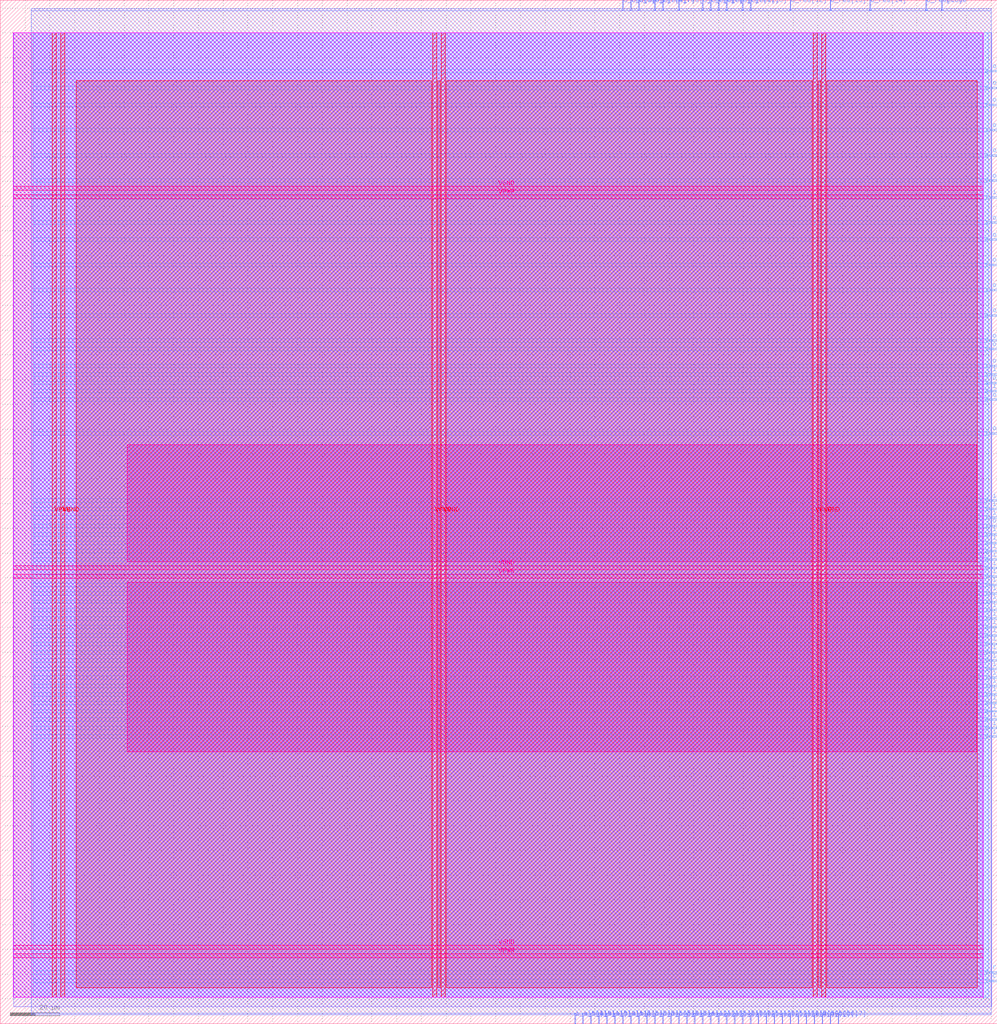
<source format=lef>
VERSION 5.7 ;
  NOWIREEXTENSIONATPIN ON ;
  DIVIDERCHAR "/" ;
  BUSBITCHARS "[]" ;
MACRO ALU
  CLASS BLOCK ;
  FOREIGN ALU ;
  ORIGIN 0.000 0.000 ;
  SIZE 402.445 BY 413.165 ;
  PIN VGND
    DIRECTION INOUT ;
    USE GROUND ;
    PORT
      LAYER met4 ;
        RECT 24.340 10.640 25.940 400.080 ;
    END
    PORT
      LAYER met4 ;
        RECT 177.940 10.640 179.540 400.080 ;
    END
    PORT
      LAYER met4 ;
        RECT 331.540 10.640 333.140 400.080 ;
    END
    PORT
      LAYER met5 ;
        RECT 5.280 30.030 396.760 31.630 ;
    END
    PORT
      LAYER met5 ;
        RECT 5.280 183.210 396.760 184.810 ;
    END
    PORT
      LAYER met5 ;
        RECT 5.280 336.390 396.760 337.990 ;
    END
  END VGND
  PIN VPWR
    DIRECTION INOUT ;
    USE POWER ;
    PORT
      LAYER met4 ;
        RECT 21.040 10.640 22.640 400.080 ;
    END
    PORT
      LAYER met4 ;
        RECT 174.640 10.640 176.240 400.080 ;
    END
    PORT
      LAYER met4 ;
        RECT 328.240 10.640 329.840 400.080 ;
    END
    PORT
      LAYER met5 ;
        RECT 5.280 26.730 396.760 28.330 ;
    END
    PORT
      LAYER met5 ;
        RECT 5.280 179.910 396.760 181.510 ;
    END
    PORT
      LAYER met5 ;
        RECT 5.280 333.090 396.760 334.690 ;
    END
  END VPWR
  PIN clk
    DIRECTION INPUT ;
    USE SIGNAL ;
    ANTENNAGATEAREA 0.852000 ;
    PORT
      LAYER met3 ;
        RECT 398.445 17.040 402.445 17.640 ;
    END
  END clk
  PIN i_a[0]
    DIRECTION INPUT ;
    USE SIGNAL ;
    ANTENNAGATEAREA 0.196500 ;
    PORT
      LAYER met3 ;
        RECT 398.445 210.840 402.445 211.440 ;
    END
  END i_a[0]
  PIN i_a[10]
    DIRECTION INPUT ;
    USE SIGNAL ;
    ANTENNAGATEAREA 0.196500 ;
    PORT
      LAYER met2 ;
        RECT 231.930 0.000 232.210 4.000 ;
    END
  END i_a[10]
  PIN i_a[11]
    DIRECTION INPUT ;
    USE SIGNAL ;
    ANTENNAGATEAREA 0.196500 ;
    PORT
      LAYER met2 ;
        RECT 251.250 0.000 251.530 4.000 ;
    END
  END i_a[11]
  PIN i_a[12]
    DIRECTION INPUT ;
    USE SIGNAL ;
    ANTENNAGATEAREA 0.196500 ;
    PORT
      LAYER met2 ;
        RECT 283.450 0.000 283.730 4.000 ;
    END
  END i_a[12]
  PIN i_a[13]
    DIRECTION INPUT ;
    USE SIGNAL ;
    ANTENNAGATEAREA 0.196500 ;
    PORT
      LAYER met2 ;
        RECT 286.670 0.000 286.950 4.000 ;
    END
  END i_a[13]
  PIN i_a[14]
    DIRECTION INPUT ;
    USE SIGNAL ;
    ANTENNAGATEAREA 0.196500 ;
    PORT
      LAYER met2 ;
        RECT 293.110 0.000 293.390 4.000 ;
    END
  END i_a[14]
  PIN i_a[15]
    DIRECTION INPUT ;
    USE SIGNAL ;
    ANTENNAGATEAREA 0.196500 ;
    PORT
      LAYER met2 ;
        RECT 289.890 0.000 290.170 4.000 ;
    END
  END i_a[15]
  PIN i_a[16]
    DIRECTION INPUT ;
    USE SIGNAL ;
    ANTENNAGATEAREA 0.196500 ;
    PORT
      LAYER met3 ;
        RECT 398.445 115.640 402.445 116.240 ;
    END
  END i_a[16]
  PIN i_a[17]
    DIRECTION INPUT ;
    USE SIGNAL ;
    ANTENNAGATEAREA 0.196500 ;
    PORT
      LAYER met3 ;
        RECT 398.445 132.640 402.445 133.240 ;
    END
  END i_a[17]
  PIN i_a[18]
    DIRECTION INPUT ;
    USE SIGNAL ;
    ANTENNAGATEAREA 0.196500 ;
    PORT
      LAYER met3 ;
        RECT 398.445 119.040 402.445 119.640 ;
    END
  END i_a[18]
  PIN i_a[19]
    DIRECTION INPUT ;
    USE SIGNAL ;
    ANTENNAGATEAREA 0.196500 ;
    PORT
      LAYER met3 ;
        RECT 398.445 122.440 402.445 123.040 ;
    END
  END i_a[19]
  PIN i_a[1]
    DIRECTION INPUT ;
    USE SIGNAL ;
    ANTENNAGATEAREA 0.196500 ;
    PORT
      LAYER met3 ;
        RECT 398.445 149.640 402.445 150.240 ;
    END
  END i_a[1]
  PIN i_a[20]
    DIRECTION INPUT ;
    USE SIGNAL ;
    ANTENNAGATEAREA 0.196500 ;
    PORT
      LAYER met2 ;
        RECT 325.310 0.000 325.590 4.000 ;
    END
  END i_a[20]
  PIN i_a[21]
    DIRECTION INPUT ;
    USE SIGNAL ;
    ANTENNAGATEAREA 0.196500 ;
    PORT
      LAYER met2 ;
        RECT 322.090 0.000 322.370 4.000 ;
    END
  END i_a[21]
  PIN i_a[22]
    DIRECTION INPUT ;
    USE SIGNAL ;
    ANTENNAGATEAREA 0.196500 ;
    PORT
      LAYER met2 ;
        RECT 312.430 0.000 312.710 4.000 ;
    END
  END i_a[22]
  PIN i_a[23]
    DIRECTION INPUT ;
    USE SIGNAL ;
    ANTENNAGATEAREA 0.196500 ;
    PORT
      LAYER met3 ;
        RECT 398.445 204.040 402.445 204.640 ;
    END
  END i_a[23]
  PIN i_a[24]
    DIRECTION INPUT ;
    USE SIGNAL ;
    ANTENNAGATEAREA 0.196500 ;
    PORT
      LAYER met3 ;
        RECT 398.445 153.040 402.445 153.640 ;
    END
  END i_a[24]
  PIN i_a[25]
    DIRECTION INPUT ;
    USE SIGNAL ;
    ANTENNAGATEAREA 0.196500 ;
    PORT
      LAYER met3 ;
        RECT 398.445 156.440 402.445 157.040 ;
    END
  END i_a[25]
  PIN i_a[26]
    DIRECTION INPUT ;
    USE SIGNAL ;
    ANTENNAGATEAREA 0.196500 ;
    PORT
      LAYER met3 ;
        RECT 398.445 146.240 402.445 146.840 ;
    END
  END i_a[26]
  PIN i_a[27]
    DIRECTION INPUT ;
    USE SIGNAL ;
    ANTENNAGATEAREA 0.196500 ;
    PORT
      LAYER met3 ;
        RECT 398.445 163.240 402.445 163.840 ;
    END
  END i_a[27]
  PIN i_a[28]
    DIRECTION INPUT ;
    USE SIGNAL ;
    ANTENNAGATEAREA 0.196500 ;
    PORT
      LAYER met3 ;
        RECT 398.445 173.440 402.445 174.040 ;
    END
  END i_a[28]
  PIN i_a[29]
    DIRECTION INPUT ;
    USE SIGNAL ;
    ANTENNAGATEAREA 0.196500 ;
    PORT
      LAYER met3 ;
        RECT 398.445 207.440 402.445 208.040 ;
    END
  END i_a[29]
  PIN i_a[2]
    DIRECTION INPUT ;
    USE SIGNAL ;
    ANTENNAGATEAREA 0.196500 ;
    PORT
      LAYER met3 ;
        RECT 398.445 142.840 402.445 143.440 ;
    END
  END i_a[2]
  PIN i_a[30]
    DIRECTION INPUT ;
    USE SIGNAL ;
    ANTENNAGATEAREA 0.196500 ;
    PORT
      LAYER met3 ;
        RECT 398.445 170.040 402.445 170.640 ;
    END
  END i_a[30]
  PIN i_a[31]
    DIRECTION INPUT ;
    USE SIGNAL ;
    ANTENNAGATEAREA 0.196500 ;
    PORT
      LAYER met3 ;
        RECT 398.445 255.040 402.445 255.640 ;
    END
  END i_a[31]
  PIN i_a[3]
    DIRECTION INPUT ;
    USE SIGNAL ;
    ANTENNAGATEAREA 0.196500 ;
    PORT
      LAYER met3 ;
        RECT 398.445 159.840 402.445 160.440 ;
    END
  END i_a[3]
  PIN i_a[4]
    DIRECTION INPUT ;
    USE SIGNAL ;
    ANTENNAGATEAREA 0.196500 ;
    PORT
      LAYER met3 ;
        RECT 398.445 136.040 402.445 136.640 ;
    END
  END i_a[4]
  PIN i_a[5]
    DIRECTION INPUT ;
    USE SIGNAL ;
    ANTENNAGATEAREA 0.196500 ;
    PORT
      LAYER met3 ;
        RECT 398.445 139.440 402.445 140.040 ;
    END
  END i_a[5]
  PIN i_a[6]
    DIRECTION INPUT ;
    USE SIGNAL ;
    ANTENNAGATEAREA 0.196500 ;
    PORT
      LAYER met3 ;
        RECT 398.445 125.840 402.445 126.440 ;
    END
  END i_a[6]
  PIN i_a[7]
    DIRECTION INPUT ;
    USE SIGNAL ;
    ANTENNAGATEAREA 0.196500 ;
    PORT
      LAYER met3 ;
        RECT 398.445 129.240 402.445 129.840 ;
    END
  END i_a[7]
  PIN i_a[8]
    DIRECTION INPUT ;
    USE SIGNAL ;
    ANTENNAGATEAREA 0.196500 ;
    PORT
      LAYER met2 ;
        RECT 244.810 0.000 245.090 4.000 ;
    END
  END i_a[8]
  PIN i_a[9]
    DIRECTION INPUT ;
    USE SIGNAL ;
    ANTENNAGATEAREA 0.196500 ;
    PORT
      LAYER met2 ;
        RECT 238.370 0.000 238.650 4.000 ;
    END
  END i_a[9]
  PIN i_b[0]
    DIRECTION INPUT ;
    USE SIGNAL ;
    ANTENNAGATEAREA 0.196500 ;
    PORT
      LAYER met2 ;
        RECT 257.690 0.000 257.970 4.000 ;
    END
  END i_b[0]
  PIN i_b[10]
    DIRECTION INPUT ;
    USE SIGNAL ;
    ANTENNAGATEAREA 0.196500 ;
    PORT
      LAYER met2 ;
        RECT 267.350 0.000 267.630 4.000 ;
    END
  END i_b[10]
  PIN i_b[11]
    DIRECTION INPUT ;
    USE SIGNAL ;
    ANTENNAGATEAREA 0.196500 ;
    PORT
      LAYER met2 ;
        RECT 241.590 0.000 241.870 4.000 ;
    END
  END i_b[11]
  PIN i_b[12]
    DIRECTION INPUT ;
    USE SIGNAL ;
    ANTENNAGATEAREA 0.196500 ;
    PORT
      LAYER met2 ;
        RECT 309.210 0.000 309.490 4.000 ;
    END
  END i_b[12]
  PIN i_b[13]
    DIRECTION INPUT ;
    USE SIGNAL ;
    ANTENNAGATEAREA 0.196500 ;
    PORT
      LAYER met2 ;
        RECT 315.650 0.000 315.930 4.000 ;
    END
  END i_b[13]
  PIN i_b[14]
    DIRECTION INPUT ;
    USE SIGNAL ;
    ANTENNAGATEAREA 0.196500 ;
    PORT
      LAYER met2 ;
        RECT 305.990 0.000 306.270 4.000 ;
    END
  END i_b[14]
  PIN i_b[15]
    DIRECTION INPUT ;
    USE SIGNAL ;
    ANTENNAGATEAREA 0.196500 ;
    PORT
      LAYER met2 ;
        RECT 318.870 0.000 319.150 4.000 ;
    END
  END i_b[15]
  PIN i_b[16]
    DIRECTION INPUT ;
    USE SIGNAL ;
    ANTENNAGATEAREA 0.196500 ;
    PORT
      LAYER met2 ;
        RECT 334.970 0.000 335.250 4.000 ;
    END
  END i_b[16]
  PIN i_b[17]
    DIRECTION INPUT ;
    USE SIGNAL ;
    ANTENNAGATEAREA 0.196500 ;
    PORT
      LAYER met2 ;
        RECT 338.190 0.000 338.470 4.000 ;
    END
  END i_b[17]
  PIN i_b[18]
    DIRECTION INPUT ;
    USE SIGNAL ;
    ANTENNAGATEAREA 0.196500 ;
    PORT
      LAYER met2 ;
        RECT 331.750 0.000 332.030 4.000 ;
    END
  END i_b[18]
  PIN i_b[19]
    DIRECTION INPUT ;
    USE SIGNAL ;
    ANTENNAGATEAREA 0.196500 ;
    PORT
      LAYER met2 ;
        RECT 328.530 0.000 328.810 4.000 ;
    END
  END i_b[19]
  PIN i_b[1]
    DIRECTION INPUT ;
    USE SIGNAL ;
    ANTENNAGATEAREA 0.196500 ;
    PORT
      LAYER met2 ;
        RECT 254.470 0.000 254.750 4.000 ;
    END
  END i_b[1]
  PIN i_b[20]
    DIRECTION INPUT ;
    USE SIGNAL ;
    ANTENNAGATEAREA 0.196500 ;
    PORT
      LAYER met2 ;
        RECT 299.550 0.000 299.830 4.000 ;
    END
  END i_b[20]
  PIN i_b[21]
    DIRECTION INPUT ;
    USE SIGNAL ;
    ANTENNAGATEAREA 0.196500 ;
    PORT
      LAYER met2 ;
        RECT 296.330 0.000 296.610 4.000 ;
    END
  END i_b[21]
  PIN i_b[22]
    DIRECTION INPUT ;
    USE SIGNAL ;
    ANTENNAGATEAREA 0.196500 ;
    PORT
      LAYER met2 ;
        RECT 302.770 0.000 303.050 4.000 ;
    END
  END i_b[22]
  PIN i_b[23]
    DIRECTION INPUT ;
    USE SIGNAL ;
    ANTENNAGATEAREA 0.196500 ;
    PORT
      LAYER met3 ;
        RECT 398.445 197.240 402.445 197.840 ;
    END
  END i_b[23]
  PIN i_b[24]
    DIRECTION INPUT ;
    USE SIGNAL ;
    ANTENNAGATEAREA 0.196500 ;
    PORT
      LAYER met3 ;
        RECT 398.445 193.840 402.445 194.440 ;
    END
  END i_b[24]
  PIN i_b[25]
    DIRECTION INPUT ;
    USE SIGNAL ;
    ANTENNAGATEAREA 0.196500 ;
    PORT
      LAYER met3 ;
        RECT 398.445 180.240 402.445 180.840 ;
    END
  END i_b[25]
  PIN i_b[26]
    DIRECTION INPUT ;
    USE SIGNAL ;
    ANTENNAGATEAREA 0.196500 ;
    PORT
      LAYER met3 ;
        RECT 398.445 166.640 402.445 167.240 ;
    END
  END i_b[26]
  PIN i_b[27]
    DIRECTION INPUT ;
    USE SIGNAL ;
    ANTENNAGATEAREA 0.196500 ;
    PORT
      LAYER met3 ;
        RECT 398.445 187.040 402.445 187.640 ;
    END
  END i_b[27]
  PIN i_b[28]
    DIRECTION INPUT ;
    USE SIGNAL ;
    ANTENNAGATEAREA 0.196500 ;
    PORT
      LAYER met3 ;
        RECT 398.445 176.840 402.445 177.440 ;
    END
  END i_b[28]
  PIN i_b[29]
    DIRECTION INPUT ;
    USE SIGNAL ;
    ANTENNAGATEAREA 0.196500 ;
    PORT
      LAYER met3 ;
        RECT 398.445 183.640 402.445 184.240 ;
    END
  END i_b[29]
  PIN i_b[2]
    DIRECTION INPUT ;
    USE SIGNAL ;
    ANTENNAGATEAREA 0.196500 ;
    PORT
      LAYER met2 ;
        RECT 248.030 0.000 248.310 4.000 ;
    END
  END i_b[2]
  PIN i_b[30]
    DIRECTION INPUT ;
    USE SIGNAL ;
    ANTENNAGATEAREA 0.196500 ;
    PORT
      LAYER met3 ;
        RECT 398.445 190.440 402.445 191.040 ;
    END
  END i_b[30]
  PIN i_b[31]
    DIRECTION INPUT ;
    USE SIGNAL ;
    ANTENNAGATEAREA 0.196500 ;
    PORT
      LAYER met3 ;
        RECT 398.445 261.840 402.445 262.440 ;
    END
  END i_b[31]
  PIN i_b[3]
    DIRECTION INPUT ;
    USE SIGNAL ;
    ANTENNAGATEAREA 0.196500 ;
    PORT
      LAYER met2 ;
        RECT 264.130 0.000 264.410 4.000 ;
    END
  END i_b[3]
  PIN i_b[4]
    DIRECTION INPUT ;
    USE SIGNAL ;
    ANTENNAGATEAREA 0.196500 ;
    PORT
      LAYER met2 ;
        RECT 235.150 0.000 235.430 4.000 ;
    END
  END i_b[4]
  PIN i_b[5]
    DIRECTION INPUT ;
    USE SIGNAL ;
    ANTENNAGATEAREA 0.196500 ;
    PORT
      LAYER met2 ;
        RECT 270.570 0.000 270.850 4.000 ;
    END
  END i_b[5]
  PIN i_b[6]
    DIRECTION INPUT ;
    USE SIGNAL ;
    ANTENNAGATEAREA 0.196500 ;
    PORT
      LAYER met2 ;
        RECT 280.230 0.000 280.510 4.000 ;
    END
  END i_b[6]
  PIN i_b[7]
    DIRECTION INPUT ;
    USE SIGNAL ;
    ANTENNAGATEAREA 0.196500 ;
    PORT
      LAYER met2 ;
        RECT 277.010 0.000 277.290 4.000 ;
    END
  END i_b[7]
  PIN i_b[8]
    DIRECTION INPUT ;
    USE SIGNAL ;
    ANTENNAGATEAREA 0.196500 ;
    PORT
      LAYER met2 ;
        RECT 260.910 0.000 261.190 4.000 ;
    END
  END i_b[8]
  PIN i_b[9]
    DIRECTION INPUT ;
    USE SIGNAL ;
    ANTENNAGATEAREA 0.196500 ;
    PORT
      LAYER met2 ;
        RECT 273.790 0.000 274.070 4.000 ;
    END
  END i_b[9]
  PIN i_vld
    DIRECTION INPUT ;
    USE SIGNAL ;
    ANTENNAGATEAREA 0.196500 ;
    PORT
      LAYER met3 ;
        RECT 398.445 333.240 402.445 333.840 ;
    END
  END i_vld
  PIN o_res[0]
    DIRECTION OUTPUT ;
    USE SIGNAL ;
    ANTENNADIFFAREA 0.445500 ;
    PORT
      LAYER met2 ;
        RECT 254.470 409.165 254.750 413.165 ;
    END
  END o_res[0]
  PIN o_res[10]
    DIRECTION OUTPUT ;
    USE SIGNAL ;
    ANTENNADIFFAREA 0.445500 ;
    PORT
      LAYER met2 ;
        RECT 302.770 409.165 303.050 413.165 ;
    END
  END o_res[10]
  PIN o_res[11]
    DIRECTION OUTPUT ;
    USE SIGNAL ;
    ANTENNADIFFAREA 0.445500 ;
    PORT
      LAYER met2 ;
        RECT 299.550 409.165 299.830 413.165 ;
    END
  END o_res[11]
  PIN o_res[12]
    DIRECTION OUTPUT ;
    USE SIGNAL ;
    ANTENNADIFFAREA 0.445500 ;
    PORT
      LAYER met2 ;
        RECT 318.870 409.165 319.150 413.165 ;
    END
  END o_res[12]
  PIN o_res[13]
    DIRECTION OUTPUT ;
    USE SIGNAL ;
    ANTENNADIFFAREA 0.445500 ;
    PORT
      LAYER met2 ;
        RECT 334.970 409.165 335.250 413.165 ;
    END
  END o_res[13]
  PIN o_res[14]
    DIRECTION OUTPUT ;
    USE SIGNAL ;
    ANTENNADIFFAREA 0.445500 ;
    PORT
      LAYER met2 ;
        RECT 351.070 409.165 351.350 413.165 ;
    END
  END o_res[14]
  PIN o_res[15]
    DIRECTION OUTPUT ;
    USE SIGNAL ;
    ANTENNADIFFAREA 0.445500 ;
    PORT
      LAYER met3 ;
        RECT 398.445 377.440 402.445 378.040 ;
    END
  END o_res[15]
  PIN o_res[16]
    DIRECTION OUTPUT ;
    USE SIGNAL ;
    ANTENNADIFFAREA 0.445500 ;
    PORT
      LAYER met2 ;
        RECT 373.610 409.165 373.890 413.165 ;
    END
  END o_res[16]
  PIN o_res[17]
    DIRECTION OUTPUT ;
    USE SIGNAL ;
    ANTENNADIFFAREA 0.445500 ;
    PORT
      LAYER met3 ;
        RECT 398.445 384.240 402.445 384.840 ;
    END
  END o_res[17]
  PIN o_res[18]
    DIRECTION OUTPUT ;
    USE SIGNAL ;
    ANTENNADIFFAREA 0.445500 ;
    PORT
      LAYER met3 ;
        RECT 398.445 370.640 402.445 371.240 ;
    END
  END o_res[18]
  PIN o_res[19]
    DIRECTION OUTPUT ;
    USE SIGNAL ;
    ANTENNADIFFAREA 0.445500 ;
    PORT
      LAYER met3 ;
        RECT 398.445 350.240 402.445 350.840 ;
    END
  END o_res[19]
  PIN o_res[1]
    DIRECTION OUTPUT ;
    USE SIGNAL ;
    ANTENNADIFFAREA 0.445500 ;
    PORT
      LAYER met2 ;
        RECT 251.250 409.165 251.530 413.165 ;
    END
  END o_res[1]
  PIN o_res[20]
    DIRECTION OUTPUT ;
    USE SIGNAL ;
    ANTENNADIFFAREA 0.445500 ;
    PORT
      LAYER met3 ;
        RECT 398.445 340.040 402.445 340.640 ;
    END
  END o_res[20]
  PIN o_res[21]
    DIRECTION OUTPUT ;
    USE SIGNAL ;
    ANTENNADIFFAREA 0.445500 ;
    PORT
      LAYER met3 ;
        RECT 398.445 360.440 402.445 361.040 ;
    END
  END o_res[21]
  PIN o_res[22]
    DIRECTION OUTPUT ;
    USE SIGNAL ;
    ANTENNADIFFAREA 0.445500 ;
    PORT
      LAYER met3 ;
        RECT 398.445 285.640 402.445 286.240 ;
    END
  END o_res[22]
  PIN o_res[23]
    DIRECTION OUTPUT ;
    USE SIGNAL ;
    ANTENNADIFFAREA 0.445500 ;
    PORT
      LAYER met3 ;
        RECT 398.445 275.440 402.445 276.040 ;
    END
  END o_res[23]
  PIN o_res[24]
    DIRECTION OUTPUT ;
    USE SIGNAL ;
    ANTENNADIFFAREA 0.445500 ;
    PORT
      LAYER met3 ;
        RECT 398.445 323.040 402.445 323.640 ;
    END
  END o_res[24]
  PIN o_res[25]
    DIRECTION OUTPUT ;
    USE SIGNAL ;
    ANTENNADIFFAREA 0.445500 ;
    PORT
      LAYER met3 ;
        RECT 398.445 258.440 402.445 259.040 ;
    END
  END o_res[25]
  PIN o_res[26]
    DIRECTION OUTPUT ;
    USE SIGNAL ;
    ANTENNADIFFAREA 0.445500 ;
    PORT
      LAYER met3 ;
        RECT 398.445 272.040 402.445 272.640 ;
    END
  END o_res[26]
  PIN o_res[27]
    DIRECTION OUTPUT ;
    USE SIGNAL ;
    ANTENNADIFFAREA 0.445500 ;
    PORT
      LAYER met3 ;
        RECT 398.445 316.240 402.445 316.840 ;
    END
  END o_res[27]
  PIN o_res[28]
    DIRECTION OUTPUT ;
    USE SIGNAL ;
    ANTENNADIFFAREA 0.445500 ;
    PORT
      LAYER met3 ;
        RECT 398.445 306.040 402.445 306.640 ;
    END
  END o_res[28]
  PIN o_res[29]
    DIRECTION OUTPUT ;
    USE SIGNAL ;
    ANTENNADIFFAREA 0.445500 ;
    PORT
      LAYER met3 ;
        RECT 398.445 295.840 402.445 296.440 ;
    END
  END o_res[29]
  PIN o_res[2]
    DIRECTION OUTPUT ;
    USE SIGNAL ;
    ANTENNADIFFAREA 0.445500 ;
    PORT
      LAYER met2 ;
        RECT 257.690 409.165 257.970 413.165 ;
    END
  END o_res[2]
  PIN o_res[30]
    DIRECTION OUTPUT ;
    USE SIGNAL ;
    ANTENNADIFFAREA 0.445500 ;
    PORT
      LAYER met3 ;
        RECT 398.445 251.640 402.445 252.240 ;
    END
  END o_res[30]
  PIN o_res[31]
    DIRECTION OUTPUT ;
    USE SIGNAL ;
    ANTENNADIFFAREA 0.445500 ;
    PORT
      LAYER met3 ;
        RECT 398.445 238.040 402.445 238.640 ;
    END
  END o_res[31]
  PIN o_res[3]
    DIRECTION OUTPUT ;
    USE SIGNAL ;
    ANTENNADIFFAREA 0.445500 ;
    PORT
      LAYER met2 ;
        RECT 273.790 409.165 274.070 413.165 ;
    END
  END o_res[3]
  PIN o_res[4]
    DIRECTION OUTPUT ;
    USE SIGNAL ;
    ANTENNADIFFAREA 0.445500 ;
    PORT
      LAYER met2 ;
        RECT 264.130 409.165 264.410 413.165 ;
    END
  END o_res[4]
  PIN o_res[5]
    DIRECTION OUTPUT ;
    USE SIGNAL ;
    ANTENNADIFFAREA 0.445500 ;
    PORT
      LAYER met2 ;
        RECT 293.110 409.165 293.390 413.165 ;
    END
  END o_res[5]
  PIN o_res[6]
    DIRECTION OUTPUT ;
    USE SIGNAL ;
    ANTENNADIFFAREA 0.445500 ;
    PORT
      LAYER met2 ;
        RECT 289.890 409.165 290.170 413.165 ;
    END
  END o_res[6]
  PIN o_res[7]
    DIRECTION OUTPUT ;
    USE SIGNAL ;
    ANTENNADIFFAREA 0.445500 ;
    PORT
      LAYER met2 ;
        RECT 267.350 409.165 267.630 413.165 ;
    END
  END o_res[7]
  PIN o_res[8]
    DIRECTION OUTPUT ;
    USE SIGNAL ;
    ANTENNADIFFAREA 0.445500 ;
    PORT
      LAYER met2 ;
        RECT 286.670 409.165 286.950 413.165 ;
    END
  END o_res[8]
  PIN o_res[9]
    DIRECTION OUTPUT ;
    USE SIGNAL ;
    ANTENNADIFFAREA 0.445500 ;
    PORT
      LAYER met2 ;
        RECT 283.450 409.165 283.730 413.165 ;
    END
  END o_res[9]
  PIN o_res_vld
    DIRECTION OUTPUT ;
    USE SIGNAL ;
    ANTENNADIFFAREA 0.445500 ;
    PORT
      LAYER met3 ;
        RECT 398.445 200.640 402.445 201.240 ;
    END
  END o_res_vld
  PIN opcode
    DIRECTION INPUT ;
    USE SIGNAL ;
    ANTENNAGATEAREA 0.196500 ;
    PORT
      LAYER met2 ;
        RECT 380.050 409.165 380.330 413.165 ;
    END
  END opcode
  PIN overflow
    DIRECTION OUTPUT ;
    USE SIGNAL ;
    ANTENNADIFFAREA 0.445500 ;
    PORT
      LAYER met3 ;
        RECT 398.445 265.240 402.445 265.840 ;
    END
  END overflow
  PIN rst
    DIRECTION INPUT ;
    USE SIGNAL ;
    ANTENNAGATEAREA 0.196500 ;
    PORT
      LAYER met3 ;
        RECT 398.445 20.440 402.445 21.040 ;
    END
  END rst
  OBS
      LAYER nwell ;
        RECT 5.330 10.795 396.710 400.030 ;
      LAYER li1 ;
        RECT 5.520 10.795 396.520 399.925 ;
      LAYER met1 ;
        RECT 5.520 6.840 400.130 400.080 ;
      LAYER met2 ;
        RECT 12.520 408.885 250.970 409.770 ;
        RECT 251.810 408.885 254.190 409.770 ;
        RECT 255.030 408.885 257.410 409.770 ;
        RECT 258.250 408.885 263.850 409.770 ;
        RECT 264.690 408.885 267.070 409.770 ;
        RECT 267.910 408.885 273.510 409.770 ;
        RECT 274.350 408.885 283.170 409.770 ;
        RECT 284.010 408.885 286.390 409.770 ;
        RECT 287.230 408.885 289.610 409.770 ;
        RECT 290.450 408.885 292.830 409.770 ;
        RECT 293.670 408.885 299.270 409.770 ;
        RECT 300.110 408.885 302.490 409.770 ;
        RECT 303.330 408.885 318.590 409.770 ;
        RECT 319.430 408.885 334.690 409.770 ;
        RECT 335.530 408.885 350.790 409.770 ;
        RECT 351.630 408.885 373.330 409.770 ;
        RECT 374.170 408.885 379.770 409.770 ;
        RECT 380.610 408.885 400.100 409.770 ;
        RECT 12.520 4.280 400.100 408.885 ;
        RECT 12.520 3.670 231.650 4.280 ;
        RECT 232.490 3.670 234.870 4.280 ;
        RECT 235.710 3.670 238.090 4.280 ;
        RECT 238.930 3.670 241.310 4.280 ;
        RECT 242.150 3.670 244.530 4.280 ;
        RECT 245.370 3.670 247.750 4.280 ;
        RECT 248.590 3.670 250.970 4.280 ;
        RECT 251.810 3.670 254.190 4.280 ;
        RECT 255.030 3.670 257.410 4.280 ;
        RECT 258.250 3.670 260.630 4.280 ;
        RECT 261.470 3.670 263.850 4.280 ;
        RECT 264.690 3.670 267.070 4.280 ;
        RECT 267.910 3.670 270.290 4.280 ;
        RECT 271.130 3.670 273.510 4.280 ;
        RECT 274.350 3.670 276.730 4.280 ;
        RECT 277.570 3.670 279.950 4.280 ;
        RECT 280.790 3.670 283.170 4.280 ;
        RECT 284.010 3.670 286.390 4.280 ;
        RECT 287.230 3.670 289.610 4.280 ;
        RECT 290.450 3.670 292.830 4.280 ;
        RECT 293.670 3.670 296.050 4.280 ;
        RECT 296.890 3.670 299.270 4.280 ;
        RECT 300.110 3.670 302.490 4.280 ;
        RECT 303.330 3.670 305.710 4.280 ;
        RECT 306.550 3.670 308.930 4.280 ;
        RECT 309.770 3.670 312.150 4.280 ;
        RECT 312.990 3.670 315.370 4.280 ;
        RECT 316.210 3.670 318.590 4.280 ;
        RECT 319.430 3.670 321.810 4.280 ;
        RECT 322.650 3.670 325.030 4.280 ;
        RECT 325.870 3.670 328.250 4.280 ;
        RECT 329.090 3.670 331.470 4.280 ;
        RECT 332.310 3.670 334.690 4.280 ;
        RECT 335.530 3.670 337.910 4.280 ;
        RECT 338.750 3.670 400.100 4.280 ;
      LAYER met3 ;
        RECT 13.405 385.240 398.755 400.005 ;
        RECT 13.405 383.840 398.045 385.240 ;
        RECT 13.405 378.440 398.755 383.840 ;
        RECT 13.405 377.040 398.045 378.440 ;
        RECT 13.405 371.640 398.755 377.040 ;
        RECT 13.405 370.240 398.045 371.640 ;
        RECT 13.405 361.440 398.755 370.240 ;
        RECT 13.405 360.040 398.045 361.440 ;
        RECT 13.405 351.240 398.755 360.040 ;
        RECT 13.405 349.840 398.045 351.240 ;
        RECT 13.405 341.040 398.755 349.840 ;
        RECT 13.405 339.640 398.045 341.040 ;
        RECT 13.405 334.240 398.755 339.640 ;
        RECT 13.405 332.840 398.045 334.240 ;
        RECT 13.405 324.040 398.755 332.840 ;
        RECT 13.405 322.640 398.045 324.040 ;
        RECT 13.405 317.240 398.755 322.640 ;
        RECT 13.405 315.840 398.045 317.240 ;
        RECT 13.405 307.040 398.755 315.840 ;
        RECT 13.405 305.640 398.045 307.040 ;
        RECT 13.405 296.840 398.755 305.640 ;
        RECT 13.405 295.440 398.045 296.840 ;
        RECT 13.405 286.640 398.755 295.440 ;
        RECT 13.405 285.240 398.045 286.640 ;
        RECT 13.405 276.440 398.755 285.240 ;
        RECT 13.405 275.040 398.045 276.440 ;
        RECT 13.405 273.040 398.755 275.040 ;
        RECT 13.405 271.640 398.045 273.040 ;
        RECT 13.405 266.240 398.755 271.640 ;
        RECT 13.405 264.840 398.045 266.240 ;
        RECT 13.405 262.840 398.755 264.840 ;
        RECT 13.405 261.440 398.045 262.840 ;
        RECT 13.405 259.440 398.755 261.440 ;
        RECT 13.405 258.040 398.045 259.440 ;
        RECT 13.405 256.040 398.755 258.040 ;
        RECT 13.405 254.640 398.045 256.040 ;
        RECT 13.405 252.640 398.755 254.640 ;
        RECT 13.405 251.240 398.045 252.640 ;
        RECT 13.405 239.040 398.755 251.240 ;
        RECT 13.405 237.640 398.045 239.040 ;
        RECT 13.405 211.840 398.755 237.640 ;
        RECT 13.405 210.440 398.045 211.840 ;
        RECT 13.405 208.440 398.755 210.440 ;
        RECT 13.405 207.040 398.045 208.440 ;
        RECT 13.405 205.040 398.755 207.040 ;
        RECT 13.405 203.640 398.045 205.040 ;
        RECT 13.405 201.640 398.755 203.640 ;
        RECT 13.405 200.240 398.045 201.640 ;
        RECT 13.405 198.240 398.755 200.240 ;
        RECT 13.405 196.840 398.045 198.240 ;
        RECT 13.405 194.840 398.755 196.840 ;
        RECT 13.405 193.440 398.045 194.840 ;
        RECT 13.405 191.440 398.755 193.440 ;
        RECT 13.405 190.040 398.045 191.440 ;
        RECT 13.405 188.040 398.755 190.040 ;
        RECT 13.405 186.640 398.045 188.040 ;
        RECT 13.405 184.640 398.755 186.640 ;
        RECT 13.405 183.240 398.045 184.640 ;
        RECT 13.405 181.240 398.755 183.240 ;
        RECT 13.405 179.840 398.045 181.240 ;
        RECT 13.405 177.840 398.755 179.840 ;
        RECT 13.405 176.440 398.045 177.840 ;
        RECT 13.405 174.440 398.755 176.440 ;
        RECT 13.405 173.040 398.045 174.440 ;
        RECT 13.405 171.040 398.755 173.040 ;
        RECT 13.405 169.640 398.045 171.040 ;
        RECT 13.405 167.640 398.755 169.640 ;
        RECT 13.405 166.240 398.045 167.640 ;
        RECT 13.405 164.240 398.755 166.240 ;
        RECT 13.405 162.840 398.045 164.240 ;
        RECT 13.405 160.840 398.755 162.840 ;
        RECT 13.405 159.440 398.045 160.840 ;
        RECT 13.405 157.440 398.755 159.440 ;
        RECT 13.405 156.040 398.045 157.440 ;
        RECT 13.405 154.040 398.755 156.040 ;
        RECT 13.405 152.640 398.045 154.040 ;
        RECT 13.405 150.640 398.755 152.640 ;
        RECT 13.405 149.240 398.045 150.640 ;
        RECT 13.405 147.240 398.755 149.240 ;
        RECT 13.405 145.840 398.045 147.240 ;
        RECT 13.405 143.840 398.755 145.840 ;
        RECT 13.405 142.440 398.045 143.840 ;
        RECT 13.405 140.440 398.755 142.440 ;
        RECT 13.405 139.040 398.045 140.440 ;
        RECT 13.405 137.040 398.755 139.040 ;
        RECT 13.405 135.640 398.045 137.040 ;
        RECT 13.405 133.640 398.755 135.640 ;
        RECT 13.405 132.240 398.045 133.640 ;
        RECT 13.405 130.240 398.755 132.240 ;
        RECT 13.405 128.840 398.045 130.240 ;
        RECT 13.405 126.840 398.755 128.840 ;
        RECT 13.405 125.440 398.045 126.840 ;
        RECT 13.405 123.440 398.755 125.440 ;
        RECT 13.405 122.040 398.045 123.440 ;
        RECT 13.405 120.040 398.755 122.040 ;
        RECT 13.405 118.640 398.045 120.040 ;
        RECT 13.405 116.640 398.755 118.640 ;
        RECT 13.405 115.240 398.045 116.640 ;
        RECT 13.405 21.440 398.755 115.240 ;
        RECT 13.405 20.040 398.045 21.440 ;
        RECT 13.405 18.040 398.755 20.040 ;
        RECT 13.405 16.640 398.045 18.040 ;
        RECT 13.405 10.715 398.755 16.640 ;
      LAYER met4 ;
        RECT 30.655 14.455 174.240 380.625 ;
        RECT 176.640 14.455 177.540 380.625 ;
        RECT 179.940 14.455 327.840 380.625 ;
        RECT 330.240 14.455 331.140 380.625 ;
        RECT 333.540 14.455 394.385 380.625 ;
      LAYER met5 ;
        RECT 51.180 186.410 394.100 233.700 ;
        RECT 51.180 109.700 394.100 178.310 ;
  END
END ALU
END LIBRARY


</source>
